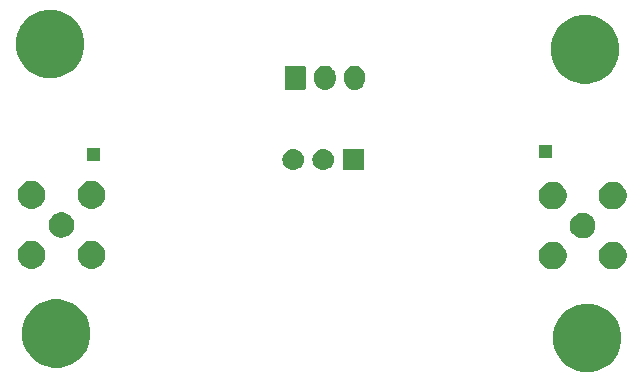
<source format=gbr>
G04 #@! TF.GenerationSoftware,KiCad,Pcbnew,(5.1.2)-2*
G04 #@! TF.CreationDate,2019-07-18T09:27:17+08:00*
G04 #@! TF.ProjectId,single_AM_eval_board,73696e67-6c65-45f4-914d-5f6576616c5f,rev?*
G04 #@! TF.SameCoordinates,Original*
G04 #@! TF.FileFunction,Soldermask,Bot*
G04 #@! TF.FilePolarity,Negative*
%FSLAX46Y46*%
G04 Gerber Fmt 4.6, Leading zero omitted, Abs format (unit mm)*
G04 Created by KiCad (PCBNEW (5.1.2)-2) date 2019-07-18 09:27:17*
%MOMM*%
%LPD*%
G04 APERTURE LIST*
%ADD10C,0.100000*%
G04 APERTURE END LIST*
D10*
G36*
X146832689Y-148149983D02*
G01*
X146832692Y-148149984D01*
X146832691Y-148149984D01*
X147360639Y-148368667D01*
X147835780Y-148686146D01*
X148239854Y-149090220D01*
X148302758Y-149184363D01*
X148557334Y-149565363D01*
X148776017Y-150093311D01*
X148887500Y-150653775D01*
X148887500Y-151225225D01*
X148776017Y-151785689D01*
X148776016Y-151785691D01*
X148557333Y-152313639D01*
X148239854Y-152788780D01*
X147835780Y-153192854D01*
X147360639Y-153510333D01*
X147360638Y-153510334D01*
X147360637Y-153510334D01*
X146832689Y-153729017D01*
X146272225Y-153840500D01*
X145700775Y-153840500D01*
X145140311Y-153729017D01*
X144612363Y-153510334D01*
X144612362Y-153510334D01*
X144612361Y-153510333D01*
X144137220Y-153192854D01*
X143733146Y-152788780D01*
X143415667Y-152313639D01*
X143196984Y-151785691D01*
X143196983Y-151785689D01*
X143085500Y-151225225D01*
X143085500Y-150653775D01*
X143196983Y-150093311D01*
X143415666Y-149565363D01*
X143670242Y-149184363D01*
X143733146Y-149090220D01*
X144137220Y-148686146D01*
X144612361Y-148368667D01*
X145140309Y-148149984D01*
X145140308Y-148149984D01*
X145140311Y-148149983D01*
X145700775Y-148038500D01*
X146272225Y-148038500D01*
X146832689Y-148149983D01*
X146832689Y-148149983D01*
G37*
G36*
X101874689Y-147768983D02*
G01*
X101874692Y-147768984D01*
X101874691Y-147768984D01*
X102402639Y-147987667D01*
X102877780Y-148305146D01*
X103281854Y-148709220D01*
X103599333Y-149184361D01*
X103599334Y-149184363D01*
X103818017Y-149712311D01*
X103929500Y-150272775D01*
X103929500Y-150844225D01*
X103818017Y-151404689D01*
X103818016Y-151404691D01*
X103599333Y-151932639D01*
X103281854Y-152407780D01*
X102877780Y-152811854D01*
X102402639Y-153129333D01*
X102402638Y-153129334D01*
X102402637Y-153129334D01*
X101874689Y-153348017D01*
X101314225Y-153459500D01*
X100742775Y-153459500D01*
X100182311Y-153348017D01*
X99654363Y-153129334D01*
X99654362Y-153129334D01*
X99654361Y-153129333D01*
X99179220Y-152811854D01*
X98775146Y-152407780D01*
X98457667Y-151932639D01*
X98238984Y-151404691D01*
X98238983Y-151404689D01*
X98127500Y-150844225D01*
X98127500Y-150272775D01*
X98238983Y-149712311D01*
X98457666Y-149184363D01*
X98457667Y-149184361D01*
X98775146Y-148709220D01*
X99179220Y-148305146D01*
X99654361Y-147987667D01*
X100182309Y-147768984D01*
X100182308Y-147768984D01*
X100182311Y-147768983D01*
X100742775Y-147657500D01*
X101314225Y-147657500D01*
X101874689Y-147768983D01*
X101874689Y-147768983D01*
G37*
G36*
X143257060Y-142793564D02*
G01*
X143408527Y-142823693D01*
X143622545Y-142912342D01*
X143622546Y-142912343D01*
X143815154Y-143041039D01*
X143978961Y-143204846D01*
X144064758Y-143333251D01*
X144107658Y-143397455D01*
X144196307Y-143611473D01*
X144241500Y-143838674D01*
X144241500Y-144070326D01*
X144196307Y-144297527D01*
X144107658Y-144511545D01*
X144107657Y-144511546D01*
X143978961Y-144704154D01*
X143815154Y-144867961D01*
X143717581Y-144933157D01*
X143622545Y-144996658D01*
X143408527Y-145085307D01*
X143257060Y-145115436D01*
X143181327Y-145130500D01*
X142949673Y-145130500D01*
X142873940Y-145115436D01*
X142722473Y-145085307D01*
X142508455Y-144996658D01*
X142413419Y-144933157D01*
X142315846Y-144867961D01*
X142152039Y-144704154D01*
X142023343Y-144511546D01*
X142023342Y-144511545D01*
X141934693Y-144297527D01*
X141889500Y-144070326D01*
X141889500Y-143838674D01*
X141934693Y-143611473D01*
X142023342Y-143397455D01*
X142066242Y-143333251D01*
X142152039Y-143204846D01*
X142315846Y-143041039D01*
X142508454Y-142912343D01*
X142508455Y-142912342D01*
X142722473Y-142823693D01*
X142873940Y-142793564D01*
X142949673Y-142778500D01*
X143181327Y-142778500D01*
X143257060Y-142793564D01*
X143257060Y-142793564D01*
G37*
G36*
X148337060Y-142793564D02*
G01*
X148488527Y-142823693D01*
X148702545Y-142912342D01*
X148702546Y-142912343D01*
X148895154Y-143041039D01*
X149058961Y-143204846D01*
X149144758Y-143333251D01*
X149187658Y-143397455D01*
X149276307Y-143611473D01*
X149321500Y-143838674D01*
X149321500Y-144070326D01*
X149276307Y-144297527D01*
X149187658Y-144511545D01*
X149187657Y-144511546D01*
X149058961Y-144704154D01*
X148895154Y-144867961D01*
X148797581Y-144933157D01*
X148702545Y-144996658D01*
X148488527Y-145085307D01*
X148337060Y-145115436D01*
X148261327Y-145130500D01*
X148029673Y-145130500D01*
X147953940Y-145115436D01*
X147802473Y-145085307D01*
X147588455Y-144996658D01*
X147493419Y-144933157D01*
X147395846Y-144867961D01*
X147232039Y-144704154D01*
X147103343Y-144511546D01*
X147103342Y-144511545D01*
X147014693Y-144297527D01*
X146969500Y-144070326D01*
X146969500Y-143838674D01*
X147014693Y-143611473D01*
X147103342Y-143397455D01*
X147146242Y-143333251D01*
X147232039Y-143204846D01*
X147395846Y-143041039D01*
X147588454Y-142912343D01*
X147588455Y-142912342D01*
X147802473Y-142823693D01*
X147953940Y-142793564D01*
X148029673Y-142778500D01*
X148261327Y-142778500D01*
X148337060Y-142793564D01*
X148337060Y-142793564D01*
G37*
G36*
X99124560Y-142730064D02*
G01*
X99276027Y-142760193D01*
X99490045Y-142848842D01*
X99490046Y-142848843D01*
X99682654Y-142977539D01*
X99846461Y-143141346D01*
X99888890Y-143204846D01*
X99975158Y-143333955D01*
X100063807Y-143547973D01*
X100109000Y-143775174D01*
X100109000Y-144006826D01*
X100063807Y-144234027D01*
X99975158Y-144448045D01*
X99975157Y-144448046D01*
X99846461Y-144640654D01*
X99682654Y-144804461D01*
X99587622Y-144867959D01*
X99490045Y-144933158D01*
X99276027Y-145021807D01*
X99124560Y-145051936D01*
X99048827Y-145067000D01*
X98817173Y-145067000D01*
X98741440Y-145051936D01*
X98589973Y-145021807D01*
X98375955Y-144933158D01*
X98278378Y-144867959D01*
X98183346Y-144804461D01*
X98019539Y-144640654D01*
X97890843Y-144448046D01*
X97890842Y-144448045D01*
X97802193Y-144234027D01*
X97757000Y-144006826D01*
X97757000Y-143775174D01*
X97802193Y-143547973D01*
X97890842Y-143333955D01*
X97977110Y-143204846D01*
X98019539Y-143141346D01*
X98183346Y-142977539D01*
X98375954Y-142848843D01*
X98375955Y-142848842D01*
X98589973Y-142760193D01*
X98741440Y-142730064D01*
X98817173Y-142715000D01*
X99048827Y-142715000D01*
X99124560Y-142730064D01*
X99124560Y-142730064D01*
G37*
G36*
X104204560Y-142730064D02*
G01*
X104356027Y-142760193D01*
X104570045Y-142848842D01*
X104570046Y-142848843D01*
X104762654Y-142977539D01*
X104926461Y-143141346D01*
X104968890Y-143204846D01*
X105055158Y-143333955D01*
X105143807Y-143547973D01*
X105189000Y-143775174D01*
X105189000Y-144006826D01*
X105143807Y-144234027D01*
X105055158Y-144448045D01*
X105055157Y-144448046D01*
X104926461Y-144640654D01*
X104762654Y-144804461D01*
X104667622Y-144867959D01*
X104570045Y-144933158D01*
X104356027Y-145021807D01*
X104204560Y-145051936D01*
X104128827Y-145067000D01*
X103897173Y-145067000D01*
X103821440Y-145051936D01*
X103669973Y-145021807D01*
X103455955Y-144933158D01*
X103358378Y-144867959D01*
X103263346Y-144804461D01*
X103099539Y-144640654D01*
X102970843Y-144448046D01*
X102970842Y-144448045D01*
X102882193Y-144234027D01*
X102837000Y-144006826D01*
X102837000Y-143775174D01*
X102882193Y-143547973D01*
X102970842Y-143333955D01*
X103057110Y-143204846D01*
X103099539Y-143141346D01*
X103263346Y-142977539D01*
X103455954Y-142848843D01*
X103455955Y-142848842D01*
X103669973Y-142760193D01*
X103821440Y-142730064D01*
X103897173Y-142715000D01*
X104128827Y-142715000D01*
X104204560Y-142730064D01*
X104204560Y-142730064D01*
G37*
G36*
X145780771Y-140352283D02*
G01*
X145919358Y-140379850D01*
X146115177Y-140460961D01*
X146291410Y-140578716D01*
X146441284Y-140728590D01*
X146559039Y-140904823D01*
X146640150Y-141100642D01*
X146681500Y-141308523D01*
X146681500Y-141520477D01*
X146640150Y-141728358D01*
X146559039Y-141924177D01*
X146441284Y-142100410D01*
X146291410Y-142250284D01*
X146115177Y-142368039D01*
X145919358Y-142449150D01*
X145780771Y-142476717D01*
X145711478Y-142490500D01*
X145499522Y-142490500D01*
X145430229Y-142476717D01*
X145291642Y-142449150D01*
X145095823Y-142368039D01*
X144919590Y-142250284D01*
X144769716Y-142100410D01*
X144651961Y-141924177D01*
X144570850Y-141728358D01*
X144529500Y-141520477D01*
X144529500Y-141308523D01*
X144570850Y-141100642D01*
X144651961Y-140904823D01*
X144769716Y-140728590D01*
X144919590Y-140578716D01*
X145095823Y-140460961D01*
X145291642Y-140379850D01*
X145430229Y-140352283D01*
X145499522Y-140338500D01*
X145711478Y-140338500D01*
X145780771Y-140352283D01*
X145780771Y-140352283D01*
G37*
G36*
X101648271Y-140288783D02*
G01*
X101786858Y-140316350D01*
X101982677Y-140397461D01*
X102158910Y-140515216D01*
X102308784Y-140665090D01*
X102426539Y-140841323D01*
X102507650Y-141037142D01*
X102549000Y-141245023D01*
X102549000Y-141456977D01*
X102507650Y-141664858D01*
X102426539Y-141860677D01*
X102308784Y-142036910D01*
X102158910Y-142186784D01*
X101982677Y-142304539D01*
X101786858Y-142385650D01*
X101648271Y-142413217D01*
X101578978Y-142427000D01*
X101367022Y-142427000D01*
X101297729Y-142413217D01*
X101159142Y-142385650D01*
X100963323Y-142304539D01*
X100787090Y-142186784D01*
X100637216Y-142036910D01*
X100519461Y-141860677D01*
X100438350Y-141664858D01*
X100397000Y-141456977D01*
X100397000Y-141245023D01*
X100438350Y-141037142D01*
X100519461Y-140841323D01*
X100637216Y-140665090D01*
X100787090Y-140515216D01*
X100963323Y-140397461D01*
X101159142Y-140316350D01*
X101297729Y-140288783D01*
X101367022Y-140275000D01*
X101578978Y-140275000D01*
X101648271Y-140288783D01*
X101648271Y-140288783D01*
G37*
G36*
X148337060Y-137713564D02*
G01*
X148488527Y-137743693D01*
X148702545Y-137832342D01*
X148702546Y-137832343D01*
X148895154Y-137961039D01*
X149058961Y-138124846D01*
X149144758Y-138253251D01*
X149187658Y-138317455D01*
X149276307Y-138531473D01*
X149321500Y-138758674D01*
X149321500Y-138990326D01*
X149276307Y-139217527D01*
X149187658Y-139431545D01*
X149187657Y-139431546D01*
X149058961Y-139624154D01*
X148895154Y-139787961D01*
X148797581Y-139853157D01*
X148702545Y-139916658D01*
X148488527Y-140005307D01*
X148337060Y-140035436D01*
X148261327Y-140050500D01*
X148029673Y-140050500D01*
X147953940Y-140035436D01*
X147802473Y-140005307D01*
X147588455Y-139916658D01*
X147493419Y-139853157D01*
X147395846Y-139787961D01*
X147232039Y-139624154D01*
X147103343Y-139431546D01*
X147103342Y-139431545D01*
X147014693Y-139217527D01*
X146969500Y-138990326D01*
X146969500Y-138758674D01*
X147014693Y-138531473D01*
X147103342Y-138317455D01*
X147146242Y-138253251D01*
X147232039Y-138124846D01*
X147395846Y-137961039D01*
X147588454Y-137832343D01*
X147588455Y-137832342D01*
X147802473Y-137743693D01*
X147953940Y-137713564D01*
X148029673Y-137698500D01*
X148261327Y-137698500D01*
X148337060Y-137713564D01*
X148337060Y-137713564D01*
G37*
G36*
X143257060Y-137713564D02*
G01*
X143408527Y-137743693D01*
X143622545Y-137832342D01*
X143622546Y-137832343D01*
X143815154Y-137961039D01*
X143978961Y-138124846D01*
X144064758Y-138253251D01*
X144107658Y-138317455D01*
X144196307Y-138531473D01*
X144241500Y-138758674D01*
X144241500Y-138990326D01*
X144196307Y-139217527D01*
X144107658Y-139431545D01*
X144107657Y-139431546D01*
X143978961Y-139624154D01*
X143815154Y-139787961D01*
X143717581Y-139853157D01*
X143622545Y-139916658D01*
X143408527Y-140005307D01*
X143257060Y-140035436D01*
X143181327Y-140050500D01*
X142949673Y-140050500D01*
X142873940Y-140035436D01*
X142722473Y-140005307D01*
X142508455Y-139916658D01*
X142413419Y-139853157D01*
X142315846Y-139787961D01*
X142152039Y-139624154D01*
X142023343Y-139431546D01*
X142023342Y-139431545D01*
X141934693Y-139217527D01*
X141889500Y-138990326D01*
X141889500Y-138758674D01*
X141934693Y-138531473D01*
X142023342Y-138317455D01*
X142066242Y-138253251D01*
X142152039Y-138124846D01*
X142315846Y-137961039D01*
X142508454Y-137832343D01*
X142508455Y-137832342D01*
X142722473Y-137743693D01*
X142873940Y-137713564D01*
X142949673Y-137698500D01*
X143181327Y-137698500D01*
X143257060Y-137713564D01*
X143257060Y-137713564D01*
G37*
G36*
X99124560Y-137650064D02*
G01*
X99276027Y-137680193D01*
X99490045Y-137768842D01*
X99490046Y-137768843D01*
X99682654Y-137897539D01*
X99846461Y-138061346D01*
X99888890Y-138124846D01*
X99975158Y-138253955D01*
X100063807Y-138467973D01*
X100109000Y-138695174D01*
X100109000Y-138926826D01*
X100063807Y-139154027D01*
X99975158Y-139368045D01*
X99975157Y-139368046D01*
X99846461Y-139560654D01*
X99682654Y-139724461D01*
X99587622Y-139787959D01*
X99490045Y-139853158D01*
X99276027Y-139941807D01*
X99124560Y-139971936D01*
X99048827Y-139987000D01*
X98817173Y-139987000D01*
X98741440Y-139971936D01*
X98589973Y-139941807D01*
X98375955Y-139853158D01*
X98278378Y-139787959D01*
X98183346Y-139724461D01*
X98019539Y-139560654D01*
X97890843Y-139368046D01*
X97890842Y-139368045D01*
X97802193Y-139154027D01*
X97757000Y-138926826D01*
X97757000Y-138695174D01*
X97802193Y-138467973D01*
X97890842Y-138253955D01*
X97977110Y-138124846D01*
X98019539Y-138061346D01*
X98183346Y-137897539D01*
X98375954Y-137768843D01*
X98375955Y-137768842D01*
X98589973Y-137680193D01*
X98741440Y-137650064D01*
X98817173Y-137635000D01*
X99048827Y-137635000D01*
X99124560Y-137650064D01*
X99124560Y-137650064D01*
G37*
G36*
X104204560Y-137650064D02*
G01*
X104356027Y-137680193D01*
X104570045Y-137768842D01*
X104570046Y-137768843D01*
X104762654Y-137897539D01*
X104926461Y-138061346D01*
X104968890Y-138124846D01*
X105055158Y-138253955D01*
X105143807Y-138467973D01*
X105189000Y-138695174D01*
X105189000Y-138926826D01*
X105143807Y-139154027D01*
X105055158Y-139368045D01*
X105055157Y-139368046D01*
X104926461Y-139560654D01*
X104762654Y-139724461D01*
X104667622Y-139787959D01*
X104570045Y-139853158D01*
X104356027Y-139941807D01*
X104204560Y-139971936D01*
X104128827Y-139987000D01*
X103897173Y-139987000D01*
X103821440Y-139971936D01*
X103669973Y-139941807D01*
X103455955Y-139853158D01*
X103358378Y-139787959D01*
X103263346Y-139724461D01*
X103099539Y-139560654D01*
X102970843Y-139368046D01*
X102970842Y-139368045D01*
X102882193Y-139154027D01*
X102837000Y-138926826D01*
X102837000Y-138695174D01*
X102882193Y-138467973D01*
X102970842Y-138253955D01*
X103057110Y-138124846D01*
X103099539Y-138061346D01*
X103263346Y-137897539D01*
X103455954Y-137768843D01*
X103455955Y-137768842D01*
X103669973Y-137680193D01*
X103821440Y-137650064D01*
X103897173Y-137635000D01*
X104128827Y-137635000D01*
X104204560Y-137650064D01*
X104204560Y-137650064D01*
G37*
G36*
X127075500Y-136727500D02*
G01*
X125273500Y-136727500D01*
X125273500Y-134925500D01*
X127075500Y-134925500D01*
X127075500Y-136727500D01*
X127075500Y-136727500D01*
G37*
G36*
X123744943Y-134932019D02*
G01*
X123811127Y-134938537D01*
X123980966Y-134990057D01*
X124137491Y-135073722D01*
X124173229Y-135103052D01*
X124274686Y-135186314D01*
X124357948Y-135287771D01*
X124387278Y-135323509D01*
X124470943Y-135480034D01*
X124522463Y-135649873D01*
X124539859Y-135826500D01*
X124522463Y-136003127D01*
X124470943Y-136172966D01*
X124387278Y-136329491D01*
X124357948Y-136365229D01*
X124274686Y-136466686D01*
X124173229Y-136549948D01*
X124137491Y-136579278D01*
X123980966Y-136662943D01*
X123811127Y-136714463D01*
X123744943Y-136720981D01*
X123678760Y-136727500D01*
X123590240Y-136727500D01*
X123524057Y-136720981D01*
X123457873Y-136714463D01*
X123288034Y-136662943D01*
X123131509Y-136579278D01*
X123095771Y-136549948D01*
X122994314Y-136466686D01*
X122911052Y-136365229D01*
X122881722Y-136329491D01*
X122798057Y-136172966D01*
X122746537Y-136003127D01*
X122729141Y-135826500D01*
X122746537Y-135649873D01*
X122798057Y-135480034D01*
X122881722Y-135323509D01*
X122911052Y-135287771D01*
X122994314Y-135186314D01*
X123095771Y-135103052D01*
X123131509Y-135073722D01*
X123288034Y-134990057D01*
X123457873Y-134938537D01*
X123524057Y-134932019D01*
X123590240Y-134925500D01*
X123678760Y-134925500D01*
X123744943Y-134932019D01*
X123744943Y-134932019D01*
G37*
G36*
X121204943Y-134932019D02*
G01*
X121271127Y-134938537D01*
X121440966Y-134990057D01*
X121597491Y-135073722D01*
X121633229Y-135103052D01*
X121734686Y-135186314D01*
X121817948Y-135287771D01*
X121847278Y-135323509D01*
X121930943Y-135480034D01*
X121982463Y-135649873D01*
X121999859Y-135826500D01*
X121982463Y-136003127D01*
X121930943Y-136172966D01*
X121847278Y-136329491D01*
X121817948Y-136365229D01*
X121734686Y-136466686D01*
X121633229Y-136549948D01*
X121597491Y-136579278D01*
X121440966Y-136662943D01*
X121271127Y-136714463D01*
X121204943Y-136720981D01*
X121138760Y-136727500D01*
X121050240Y-136727500D01*
X120984057Y-136720981D01*
X120917873Y-136714463D01*
X120748034Y-136662943D01*
X120591509Y-136579278D01*
X120555771Y-136549948D01*
X120454314Y-136466686D01*
X120371052Y-136365229D01*
X120341722Y-136329491D01*
X120258057Y-136172966D01*
X120206537Y-136003127D01*
X120189141Y-135826500D01*
X120206537Y-135649873D01*
X120258057Y-135480034D01*
X120341722Y-135323509D01*
X120371052Y-135287771D01*
X120454314Y-135186314D01*
X120555771Y-135103052D01*
X120591509Y-135073722D01*
X120748034Y-134990057D01*
X120917873Y-134938537D01*
X120984057Y-134932019D01*
X121050240Y-134925500D01*
X121138760Y-134925500D01*
X121204943Y-134932019D01*
X121204943Y-134932019D01*
G37*
G36*
X104754500Y-135933000D02*
G01*
X103652500Y-135933000D01*
X103652500Y-134831000D01*
X104754500Y-134831000D01*
X104754500Y-135933000D01*
X104754500Y-135933000D01*
G37*
G36*
X143045000Y-135679000D02*
G01*
X141943000Y-135679000D01*
X141943000Y-134577000D01*
X143045000Y-134577000D01*
X143045000Y-135679000D01*
X143045000Y-135679000D01*
G37*
G36*
X123961626Y-127892037D02*
G01*
X124131465Y-127943557D01*
X124131467Y-127943558D01*
X124287989Y-128027221D01*
X124425186Y-128139814D01*
X124508448Y-128241271D01*
X124537778Y-128277009D01*
X124621443Y-128433534D01*
X124672963Y-128603373D01*
X124686000Y-128735742D01*
X124686000Y-129074257D01*
X124672963Y-129206626D01*
X124621443Y-129376466D01*
X124537778Y-129532991D01*
X124508448Y-129568729D01*
X124425186Y-129670186D01*
X124330250Y-129748097D01*
X124287991Y-129782778D01*
X124131466Y-129866443D01*
X123961627Y-129917963D01*
X123785000Y-129935359D01*
X123608374Y-129917963D01*
X123438535Y-129866443D01*
X123282010Y-129782778D01*
X123144815Y-129670185D01*
X123032222Y-129532991D01*
X122948557Y-129376466D01*
X122897037Y-129206627D01*
X122884000Y-129074258D01*
X122884000Y-128735743D01*
X122897037Y-128603374D01*
X122948557Y-128433535D01*
X122948559Y-128433532D01*
X123032221Y-128277011D01*
X123144814Y-128139814D01*
X123246271Y-128056552D01*
X123282009Y-128027222D01*
X123438534Y-127943557D01*
X123608373Y-127892037D01*
X123785000Y-127874641D01*
X123961626Y-127892037D01*
X123961626Y-127892037D01*
G37*
G36*
X126461626Y-127892037D02*
G01*
X126631465Y-127943557D01*
X126631467Y-127943558D01*
X126787989Y-128027221D01*
X126925186Y-128139814D01*
X127008448Y-128241271D01*
X127037778Y-128277009D01*
X127121443Y-128433534D01*
X127172963Y-128603373D01*
X127186000Y-128735742D01*
X127186000Y-129074257D01*
X127172963Y-129206626D01*
X127121443Y-129376466D01*
X127037778Y-129532991D01*
X127008448Y-129568729D01*
X126925186Y-129670186D01*
X126830250Y-129748097D01*
X126787991Y-129782778D01*
X126631466Y-129866443D01*
X126461627Y-129917963D01*
X126285000Y-129935359D01*
X126108374Y-129917963D01*
X125938535Y-129866443D01*
X125782010Y-129782778D01*
X125644815Y-129670185D01*
X125532222Y-129532991D01*
X125448557Y-129376466D01*
X125397037Y-129206627D01*
X125384000Y-129074258D01*
X125384000Y-128735743D01*
X125397037Y-128603374D01*
X125448557Y-128433535D01*
X125448559Y-128433532D01*
X125532221Y-128277011D01*
X125644814Y-128139814D01*
X125746271Y-128056552D01*
X125782009Y-128027222D01*
X125938534Y-127943557D01*
X126108373Y-127892037D01*
X126285000Y-127874641D01*
X126461626Y-127892037D01*
X126461626Y-127892037D01*
G37*
G36*
X122043600Y-127882989D02*
G01*
X122076652Y-127893015D01*
X122107103Y-127909292D01*
X122133799Y-127931201D01*
X122155708Y-127957897D01*
X122171985Y-127988348D01*
X122182011Y-128021400D01*
X122186000Y-128061903D01*
X122186000Y-129748097D01*
X122182011Y-129788600D01*
X122171985Y-129821652D01*
X122155708Y-129852103D01*
X122133799Y-129878799D01*
X122107103Y-129900708D01*
X122076652Y-129916985D01*
X122043600Y-129927011D01*
X122003097Y-129931000D01*
X120566903Y-129931000D01*
X120526400Y-129927011D01*
X120493348Y-129916985D01*
X120462897Y-129900708D01*
X120436201Y-129878799D01*
X120414292Y-129852103D01*
X120398015Y-129821652D01*
X120387989Y-129788600D01*
X120384000Y-129748097D01*
X120384000Y-128061903D01*
X120387989Y-128021400D01*
X120398015Y-127988348D01*
X120414292Y-127957897D01*
X120436201Y-127931201D01*
X120462897Y-127909292D01*
X120493348Y-127893015D01*
X120526400Y-127882989D01*
X120566903Y-127879000D01*
X122003097Y-127879000D01*
X122043600Y-127882989D01*
X122043600Y-127882989D01*
G37*
G36*
X146642189Y-123702483D02*
G01*
X146642192Y-123702484D01*
X146642191Y-123702484D01*
X147170139Y-123921167D01*
X147645280Y-124238646D01*
X148049354Y-124642720D01*
X148366833Y-125117861D01*
X148366834Y-125117863D01*
X148585517Y-125645811D01*
X148697000Y-126206275D01*
X148697000Y-126777725D01*
X148585517Y-127338189D01*
X148585516Y-127338191D01*
X148366833Y-127866139D01*
X148049354Y-128341280D01*
X147645280Y-128745354D01*
X147170139Y-129062833D01*
X147170138Y-129062834D01*
X147170137Y-129062834D01*
X146642189Y-129281517D01*
X146081725Y-129393000D01*
X145510275Y-129393000D01*
X144949811Y-129281517D01*
X144421863Y-129062834D01*
X144421862Y-129062834D01*
X144421861Y-129062833D01*
X143946720Y-128745354D01*
X143542646Y-128341280D01*
X143225167Y-127866139D01*
X143006484Y-127338191D01*
X143006483Y-127338189D01*
X142895000Y-126777725D01*
X142895000Y-126206275D01*
X143006483Y-125645811D01*
X143225166Y-125117863D01*
X143225167Y-125117861D01*
X143542646Y-124642720D01*
X143946720Y-124238646D01*
X144421861Y-123921167D01*
X144949809Y-123702484D01*
X144949808Y-123702484D01*
X144949811Y-123702483D01*
X145510275Y-123591000D01*
X146081725Y-123591000D01*
X146642189Y-123702483D01*
X146642189Y-123702483D01*
G37*
G36*
X101366689Y-123257983D02*
G01*
X101366692Y-123257984D01*
X101366691Y-123257984D01*
X101894639Y-123476667D01*
X102369780Y-123794146D01*
X102773854Y-124198220D01*
X103070859Y-124642720D01*
X103091334Y-124673363D01*
X103310017Y-125201311D01*
X103421500Y-125761775D01*
X103421500Y-126333225D01*
X103310017Y-126893689D01*
X103310016Y-126893691D01*
X103091333Y-127421639D01*
X102773854Y-127896780D01*
X102369780Y-128300854D01*
X101894639Y-128618333D01*
X101894638Y-128618334D01*
X101894637Y-128618334D01*
X101366689Y-128837017D01*
X100806225Y-128948500D01*
X100234775Y-128948500D01*
X99674311Y-128837017D01*
X99146363Y-128618334D01*
X99146362Y-128618334D01*
X99146361Y-128618333D01*
X98671220Y-128300854D01*
X98267146Y-127896780D01*
X97949667Y-127421639D01*
X97730984Y-126893691D01*
X97730983Y-126893689D01*
X97619500Y-126333225D01*
X97619500Y-125761775D01*
X97730983Y-125201311D01*
X97949666Y-124673363D01*
X97970141Y-124642720D01*
X98267146Y-124198220D01*
X98671220Y-123794146D01*
X99146361Y-123476667D01*
X99674309Y-123257984D01*
X99674308Y-123257984D01*
X99674311Y-123257983D01*
X100234775Y-123146500D01*
X100806225Y-123146500D01*
X101366689Y-123257983D01*
X101366689Y-123257983D01*
G37*
M02*

</source>
